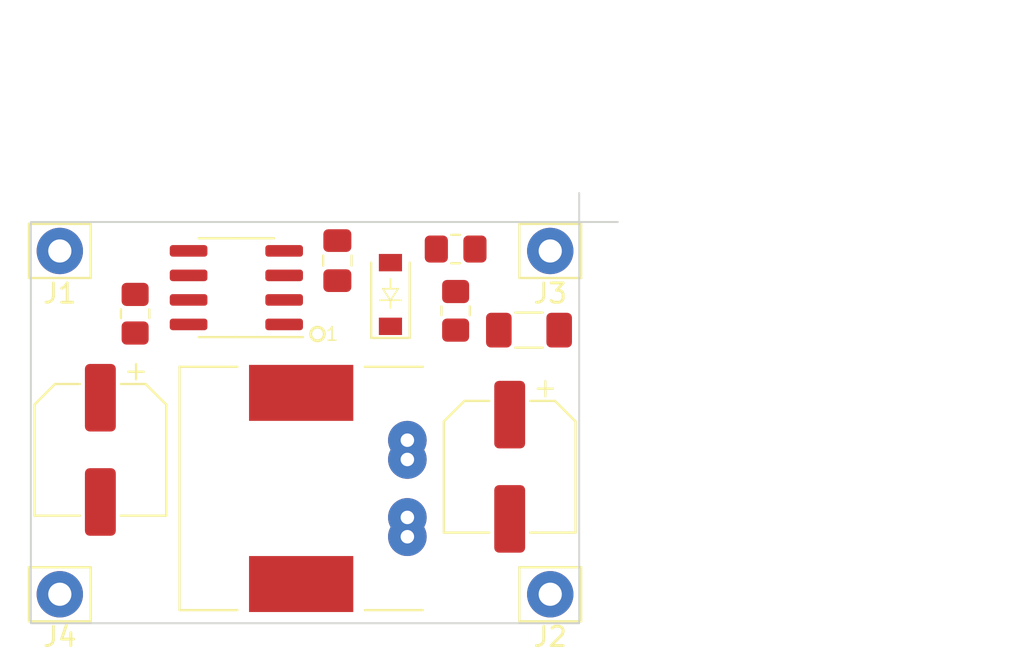
<source format=kicad_pcb>
(kicad_pcb (version 20211014) (generator pcbnew)
  (layers (0 "F.Cu" signal) (31 "B.Cu" signal) (34 "B.Paste" user) (35 "F.Paste" user) (36 "B.SilkS" user "B.Silkscreen") (37 "F.SilkS" user "F.Silkscreen") (38 "B.Mask" user) (39 "F.Mask" user) (44 "Edge.Cuts" user))
  (net 0 "")
  (net 1 "GND")
  (net 2 "Net-(Ct1-Pad1)")
  (net 3 "Net-(D1-Pad1)")
  (net 4 "/In")
  (net 5 "/Vout")
  (net 6 "/Vfeedback")
  (net 7 "/Sense")
  (footprint "Connector_Pin:Pin_D1.2mm_L10.2mm_W2.9mm_FlatFork" (layer "F.Cu") (at 77.85 48.04)
    (fp_text reference "J1" (at 0 2.2) (layer "F.SilkS"))
    (fp_text value "M")
    (fp_line (start -1.6 -1.4) (end 1.6 -1.4) (layer "F.SilkS") (width 0.12))
    (fp_line (start 1.6 1.4) (end -1.6 1.4) (layer "F.SilkS") (width 0.12))
    (fp_line (start 1.6 -1.4) (end 1.6 1.4) (layer "F.SilkS") (width 0.12))
    (fp_line (start -1.6 1.4) (end -1.6 -1.4) (layer "F.SilkS") (width 0.12))
    (pad "1" thru_hole circle (at 0 0) (size 2.4 2.4) (drill 1.2) (layers *.Cu *.Mask) (net 4 "/In"))
  )
  (footprint "Capacitor_SMD:CP_Elec_6.3x7.7" (layer "F.Cu") (at 101.15 59.216 -90)
    (fp_text reference "Co1" hide)
    (fp_text value "470u/10V")
    (fp_line (start -2.345563 3.41) (end 3.41 3.41) (layer "F.SilkS") (width 0.12))
    (fp_line (start 3.41 -3.41) (end 3.41 -1.06) (layer "F.SilkS") (width 0.12))
    (fp_line (start -3.41 2.345563) (end -3.41 1.06) (layer "F.SilkS") (width 0.12))
    (fp_line (start -4.04375 -2.24125) (end -4.04375 -1.45375) (layer "F.SilkS") (width 0.12))
    (fp_line (start -2.345563 -3.41) (end 3.41 -3.41) (layer "F.SilkS") (width 0.12))
    (fp_line (start -4.4375 -1.8475) (end -3.65 -1.8475) (layer "F.SilkS") (width 0.12))
    (fp_line (start 3.41 3.41) (end 3.41 1.06) (layer "F.SilkS") (width 0.12))
    (fp_line (start -3.41 -2.345563) (end -2.345563 -3.41) (layer "F.SilkS") (width 0.12))
    (fp_line (start -3.41 -2.345563) (end -3.41 -1.06) (layer "F.SilkS") (width 0.12))
    (fp_line (start -3.41 2.345563) (end -2.345563 3.41) (layer "F.SilkS") (width 0.12))
    (pad "1" smd roundrect (at -2.7 0 270) (size 3.5 1.6) (layers "F.Cu" "F.Paste" "F.Mask") (roundrect_rratio 0.15625) (net 5 "/Vout"))
    (pad "2" smd roundrect (at 2.7 0 270) (size 3.5 1.6) (layers "F.Cu" "F.Paste" "F.Mask") (roundrect_rratio 0.15625) (net 1 "GND"))
  )
  (footprint "Diode_SMD:D_SOD-123" (layer "F.Cu") (at 94.974 50.294 90)
    (fp_text reference "D1" hide)
    (fp_text value "1N5819")
    (fp_line (start -2.25 -1) (end -2.25 1) (layer "F.SilkS") (width 0.12))
    (fp_line (start -2.25 -1) (end 1.65 -1) (layer "F.SilkS") (width 0.12))
    (fp_line (start -2.25 1) (end 1.65 1) (layer "F.SilkS") (width 0.12))
    (pad "1" smd rect (at -1.65 0 90) (size 0.9 1.2) (layers "F.Cu" "F.Paste" "F.Mask") (net 3 "Net-(D1-Pad1)"))
    (pad "2" smd rect (at 1.65 0 90) (size 0.9 1.2) (layers "F.Cu" "F.Paste" "F.Mask") (net 1 "GND"))
  )
  (footprint "Connector_Pin:Pin_D1.2mm_L10.2mm_W2.9mm_FlatFork" (layer "F.Cu") (at 77.85 65.82)
    (fp_text reference "J4" (at 0 2.2) (layer "F.SilkS"))
    (fp_text value "M")
    (fp_line (start 1.6 1.4) (end -1.6 1.4) (layer "F.SilkS") (width 0.12))
    (fp_line (start -1.6 1.4) (end -1.6 -1.4) (layer "F.SilkS") (width 0.12))
    (fp_line (start -1.6 -1.4) (end 1.6 -1.4) (layer "F.SilkS") (width 0.12))
    (fp_line (start 1.6 -1.4) (end 1.6 1.4) (layer "F.SilkS") (width 0.12))
    (pad "1" thru_hole circle (at 0 0) (size 2.4 2.4) (drill 1.2) (layers *.Cu *.Mask) (net 1 "GND"))
  )
  (footprint "Capacitor_SMD:C_0805_2012Metric_Pad1.18x1.45mm_HandSolder" (layer "F.Cu") (at 92.224 48.54 90)
    (fp_text reference "Ct1" hide)
    (fp_text value "120p")
    (fp_line (start -0.261252 -0.735) (end 0.261252 -0.735) (layer "F.SilkS") (width 0.12))
    (fp_line (start -0.261252 0.735) (end 0.261252 0.735) (layer "F.SilkS") (width 0.12))
    (pad "1" smd roundrect (at -1.0375 0 90) (size 1.175 1.45) (layers "F.Cu" "F.Paste" "F.Mask") (roundrect_rratio 0.2127659574) (net 2 "Net-(Ct1-Pad1)"))
    (pad "2" smd roundrect (at 1.0375 0 90) (size 1.175 1.45) (layers "F.Cu" "F.Paste" "F.Mask") (roundrect_rratio 0.2127659574) (net 1 "GND"))
  )
  (footprint "Connector_Pin:Pin_D1.2mm_L10.2mm_W2.9mm_FlatFork" (layer "F.Cu") (at 103.25 65.82)
    (fp_text reference "J2" (at 0 2.2) (layer "F.SilkS"))
    (fp_text value "M")
    (fp_line (start 1.6 -1.4) (end 1.6 1.4) (layer "F.SilkS") (width 0.12))
    (fp_line (start 1.6 1.4) (end -1.6 1.4) (layer "F.SilkS") (width 0.12))
    (fp_line (start -1.6 -1.4) (end 1.6 -1.4) (layer "F.SilkS") (width 0.12))
    (fp_line (start -1.6 1.4) (end -1.6 -1.4) (layer "F.SilkS") (width 0.12))
    (pad "1" thru_hole circle (at 0 0) (size 2.4 2.4) (drill 1.2) (layers *.Cu *.Mask) (net 1 "GND"))
  )
  (footprint "Capacitor_SMD:CP_Elec_6.3x7.7" (layer "F.Cu") (at 79.95 58.34 -90)
    (fp_text reference "Ci1" hide)
    (fp_text value "100u/50V")
    (fp_line (start -3.41 2.345563) (end -3.41 1.06) (layer "F.SilkS") (width 0.12))
    (fp_line (start -2.345563 -3.41) (end 3.41 -3.41) (layer "F.SilkS") (width 0.12))
    (fp_line (start -3.41 -2.345563) (end -2.345563 -3.41) (layer "F.SilkS") (width 0.12))
    (fp_line (start 3.41 -3.41) (end 3.41 -1.06) (layer "F.SilkS") (width 0.12))
    (fp_line (start -2.345563 3.41) (end 3.41 3.41) (layer "F.SilkS") (width 0.12))
    (fp_line (start 3.41 3.41) (end 3.41 1.06) (layer "F.SilkS") (width 0.12))
    (fp_line (start -4.4375 -1.8475) (end -3.65 -1.8475) (layer "F.SilkS") (width 0.12))
    (fp_line (start -4.04375 -2.24125) (end -4.04375 -1.45375) (layer "F.SilkS") (width 0.12))
    (fp_line (start -3.41 -2.345563) (end -3.41 -1.06) (layer "F.SilkS") (width 0.12))
    (fp_line (start -3.41 2.345563) (end -2.345563 3.41) (layer "F.SilkS") (width 0.12))
    (pad "1" smd roundrect (at -2.7 0 270) (size 3.5 1.6) (layers "F.Cu" "F.Paste" "F.Mask") (roundrect_rratio 0.15625) (net 4 "/In"))
    (pad "2" smd roundrect (at 2.7 0 270) (size 3.5 1.6) (layers "F.Cu" "F.Paste" "F.Mask") (roundrect_rratio 0.15625) (net 1 "GND"))
  )
  (footprint "Capacitor_SMD:C_1206_3216Metric_Pad1.33x1.80mm_HandSolder" (layer "F.Cu") (at 102.15 52.14)
    (fp_text reference "Co2" hide)
    (fp_text value "47u/10V")
    (fp_line (start -0.711252 -0.91) (end 0.711252 -0.91) (layer "F.SilkS") (width 0.12))
    (fp_line (start -0.711252 0.91) (end 0.711252 0.91) (layer "F.SilkS") (width 0.12))
    (pad "1" smd roundrect (at -1.5625 0) (size 1.325 1.8) (layers "F.Cu" "F.Paste" "F.Mask") (roundrect_rratio 0.1886792453) (net 5 "/Vout"))
    (pad "2" smd roundrect (at 1.5625 0) (size 1.325 1.8) (layers "F.Cu" "F.Paste" "F.Mask") (roundrect_rratio 0.1886792453) (net 1 "GND"))
  )
  (footprint "Resistor_SMD:R_0805_2012Metric_Pad1.20x1.40mm_HandSolder" (layer "F.Cu") (at 98.35 51.14 90)
    (fp_text reference "R1" hide)
    (fp_text value "3K7")
    (fp_line (start -0.227064 0.735) (end 0.227064 0.735) (layer "F.SilkS") (width 0.12))
    (fp_line (start -0.227064 -0.735) (end 0.227064 -0.735) (layer "F.SilkS") (width 0.12))
    (pad "1" smd roundrect (at -1 0 90) (size 1.2 1.4) (layers "F.Cu" "F.Paste" "F.Mask") (roundrect_rratio 0.2083333333) (net 5 "/Vout"))
    (pad "2" smd roundrect (at 1 0 90) (size 1.2 1.4) (layers "F.Cu" "F.Paste" "F.Mask") (roundrect_rratio 0.2083333333) (net 6 "/Vfeedback"))
  )
  (footprint "mc34063-power-inductor:mc34063-power-inductor" (layer "F.Cu") (at 90.35 60.34 -90)
    (fp_text reference "U2" hide)
    (fp_text value "220uH" hide)
    (fp_line (start -6.3 -3.3) (end -6.3 -6.3) (layer "F.SilkS") (width 0.12))
    (fp_line (start 6.3 6.3) (end -6.3 6.3) (layer "F.SilkS") (width 0.12))
    (fp_line (start 6.3 3.3) (end 6.3 6.3) (layer "F.SilkS") (width 0.12))
    (fp_line (start 6.3 -6.3) (end 6.3 -3.3) (layer "F.SilkS") (width 0.12))
    (fp_line (start -6.3 6.3) (end -6.3 3.3) (layer "F.SilkS") (width 0.12))
    (pad "1" smd rect (at -4.95 0 270) (size 2.9 5.4) (layers "F.Cu" "F.Paste" "F.Mask") (net 3 "Net-(D1-Pad1)"))
    (pad "1" thru_hole circle (at -1.5 -5.5) (size 2 2) (drill 0.7) (layers *.Cu *.Mask) (net 3 "Net-(D1-Pad1)"))
    (pad "1" thru_hole circle (at -2.5 -5.5) (size 2 2) (drill 0.7) (layers *.Cu *.Mask) (net 3 "Net-(D1-Pad1)"))
    (pad "2" thru_hole circle (at 2.5 -5.5) (size 2 2) (drill 0.7) (layers *.Cu *.Mask) (net 5 "/Vout"))
    (pad "2" thru_hole circle (at 1.5 -5.5) (size 2 2) (drill 0.7) (layers *.Cu *.Mask) (net 5 "/Vout"))
    (pad "2" smd rect (at 4.95 0 270) (size 2.9 5.4) (layers "F.Cu" "F.Paste" "F.Mask") (net 5 "/Vout"))
  )
  (footprint "Package_SO:SOIC-8_3.9x4.9mm_P1.27mm" (layer "F.Cu") (at 86.994 49.94 180)
    (fp_text reference "U1" hide)
    (fp_text value "MC34063AD")
    (fp_line (start 0 2.56) (end 1.95 2.56) (layer "F.SilkS") (width 0.12))
    (fp_line (start 0 -2.56) (end -3.45 -2.56) (layer "F.SilkS") (width 0.12))
    (fp_line (start 0 -2.56) (end 1.95 -2.56) (layer "F.SilkS") (width 0.12))
    (fp_line (start 0 2.56) (end -1.95 2.56) (layer "F.SilkS") (width 0.12))
    (pad "1" smd roundrect (at -2.475 -1.905 180) (size 1.95 0.6) (layers "F.Cu" "F.Paste" "F.Mask") (net 7 "/Sense"))
    (pad "2" smd roundrect (at -2.475 -0.635 180) (size 1.95 0.6) (layers "F.Cu" "F.Paste" "F.Mask") (net 3 "Net-(D1-Pad1)"))
    (pad "3" smd roundrect (at -2.475 0.635 180) (size 1.95 0.6) (layers "F.Cu" "F.Paste" "F.Mask") (net 2 "Net-(Ct1-Pad1)"))
    (pad "4" smd roundrect (at -2.475 1.905 180) (size 1.95 0.6) (layers "F.Cu" "F.Paste" "F.Mask") (net 1 "GND"))
    (pad "5" smd roundrect (at 2.475 1.905 180) (size 1.95 0.6) (layers "F.Cu" "F.Paste" "F.Mask") (net 6 "/Vfeedback"))
    (pad "6" smd roundrect (at 2.475 0.635 180) (size 1.95 0.6) (layers "F.Cu" "F.Paste" "F.Mask") (net 4 "/In"))
    (pad "7" smd roundrect (at 2.475 -0.635 180) (size 1.95 0.6) (layers "F.Cu" "F.Paste" "F.Mask") (net 7 "/Sense"))
    (pad "8" smd roundrect (at 2.475 -1.905 180) (size 1.95 0.6) (layers "F.Cu" "F.Paste" "F.Mask") (net 7 "/Sense"))
  )
  (footprint "Resistor_SMD:R_0805_2012Metric_Pad1.20x1.40mm_HandSolder" (layer "F.Cu") (at 98.35 47.94 180)
    (fp_text reference "R2" hide)
    (fp_text value "1K2")
    (fp_line (start -0.227064 -0.735) (end 0.227064 -0.735) (layer "F.SilkS") (width 0.12))
    (fp_line (start -0.227064 0.735) (end 0.227064 0.735) (layer "F.SilkS") (width 0.12))
    (pad "1" smd roundrect (at -1 0 180) (size 1.2 1.4) (layers "F.Cu" "F.Paste" "F.Mask") (roundrect_rratio 0.2083333333) (net 6 "/Vfeedback"))
    (pad "2" smd roundrect (at 1 0 180) (size 1.2 1.4) (layers "F.Cu" "F.Paste" "F.Mask") (roundrect_rratio 0.2083333333) (net 1 "GND"))
  )
  (footprint "Connector_Pin:Pin_D1.2mm_L10.2mm_W2.9mm_FlatFork" (layer "F.Cu") (at 103.25 48.04)
    (fp_text reference "J3" (at 0 2.2) (layer "F.SilkS"))
    (fp_text value "M")
    (fp_line (start -1.6 -1.4) (end 1.6 -1.4) (layer "F.SilkS") (width 0.12))
    (fp_line (start 1.6 1.4) (end -1.6 1.4) (layer "F.SilkS") (width 0.12))
    (fp_line (start 1.6 -1.4) (end 1.6 1.4) (layer "F.SilkS") (width 0.12))
    (fp_line (start -1.6 1.4) (end -1.6 -1.4) (layer "F.SilkS") (width 0.12))
    (pad "1" thru_hole circle (at 0 0) (size 2.4 2.4) (drill 1.2) (layers *.Cu *.Mask) (net 5 "/Vout"))
  )
  (footprint "Resistor_SMD:R_0805_2012Metric_Pad1.20x1.40mm_HandSolder" (layer "F.Cu") (at 81.75 51.29 -90)
    (fp_text reference "RSC1" hide)
    (fp_text value "0.33")
    (fp_line (start -0.227064 0.735) (end 0.227064 0.735) (layer "F.SilkS") (width 0.12))
    (fp_line (start -0.227064 -0.735) (end 0.227064 -0.735) (layer "F.SilkS") (width 0.12))
    (pad "1" smd roundrect (at -1 0 270) (size 1.2 1.4) (layers "F.Cu" "F.Paste" "F.Mask") (roundrect_rratio 0.2083333333) (net 4 "/In"))
    (pad "2" smd roundrect (at 1 0 270) (size 1.2 1.4) (layers "F.Cu" "F.Paste" "F.Mask") (roundrect_rratio 0.2083333333) (net 7 "/Sense"))
  )
  (gr_line (start 94.974 50.594) (end 94.974 50.994) (layer "F.SilkS") (width 0.08))
  (gr_line (start 95.374 49.994) (end 94.974 50.594) (layer "F.SilkS") (width 0.08))
  (gr_line (start 94.574 49.994) (end 95.374 49.994) (layer "F.SilkS") (width 0.08))
  (gr_line (start 94.974 49.494) (end 94.974 49.994) (layer "F.SilkS") (width 0.08))
  (gr_circle (center 91.196447 52.34) (end 91.446447 52.59) (layer "F.SilkS") (width 0.15) (fill none))
  (gr_line (start 94.424 50.594) (end 95.524 50.594) (layer "F.SilkS") (width 0.08))
  (gr_line (start 94.974 50.594) (end 94.574 49.994) (layer "F.SilkS") (width 0.08))
  (gr_line (start 104.75 46.54) (end 106.75 46.54) (layer "Edge.Cuts") (width 0.1))
  (gr_line (start 104.75 46.54) (end 104.75 45.04) (layer "Edge.Cuts") (width 0.1))
  (gr_rect (start 104.75 67.32) (end 76.35 46.54) (layer "Edge.Cuts") (width 0.1) (fill none))
  (gr_text "1" (at 91.95 52.34) (layer "F.SilkS") (effects (font (size 0.7 0.7) (thickness 0.08))))
)
</source>
